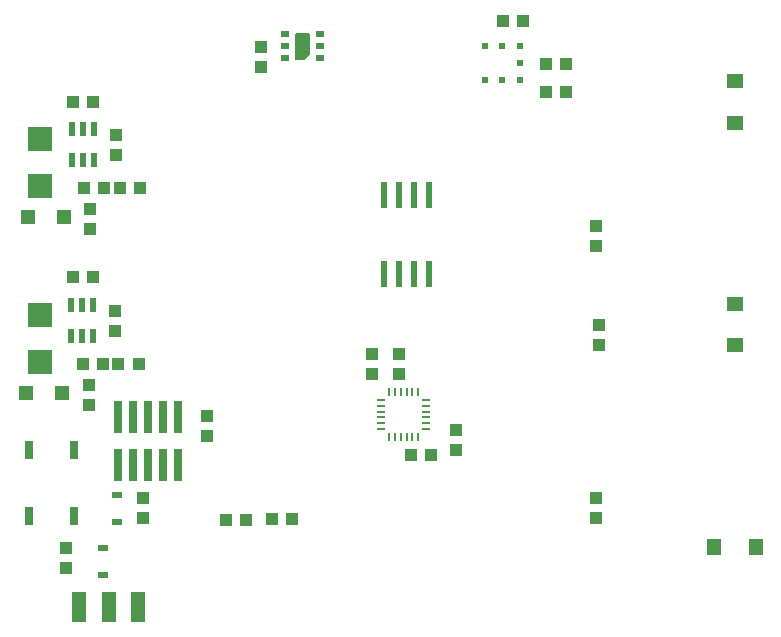
<source format=gtp>
G75*
%MOIN*%
%OFA0B0*%
%FSLAX25Y25*%
%IPPOS*%
%LPD*%
%AMOC8*
5,1,8,0,0,1.08239X$1,22.5*
%
%ADD10R,0.03937X0.04331*%
%ADD11R,0.04331X0.03937*%
%ADD12R,0.03268X0.02480*%
%ADD13R,0.03000X0.06000*%
%ADD14R,0.02900X0.11000*%
%ADD15R,0.02362X0.01969*%
%ADD16R,0.01969X0.02362*%
%ADD17R,0.03150X0.01969*%
%ADD18R,0.00787X0.00787*%
%ADD19C,0.00500*%
%ADD20R,0.02756X0.01142*%
%ADD21R,0.01142X0.02756*%
%ADD22R,0.05512X0.04724*%
%ADD23R,0.07874X0.07874*%
%ADD24R,0.02165X0.04724*%
%ADD25R,0.05118X0.05118*%
%ADD26R,0.04724X0.05512*%
%ADD27R,0.02400X0.08700*%
%ADD28R,0.04724X0.09843*%
D10*
X0131900Y0042350D03*
X0131900Y0049043D03*
X0157800Y0058950D03*
X0157800Y0065643D03*
X0179000Y0086250D03*
X0179000Y0092943D03*
X0139549Y0096593D03*
X0139549Y0103286D03*
X0148200Y0121150D03*
X0148200Y0127843D03*
X0139900Y0155250D03*
X0139900Y0161943D03*
X0148500Y0179850D03*
X0148500Y0186543D03*
X0197100Y0209150D03*
X0197100Y0215843D03*
X0308500Y0156243D03*
X0308500Y0149550D03*
X0309500Y0123243D03*
X0309500Y0116550D03*
X0262000Y0088243D03*
X0262000Y0081550D03*
X0243000Y0107050D03*
X0243000Y0113743D03*
X0234000Y0113743D03*
X0234000Y0107050D03*
X0308500Y0065743D03*
X0308500Y0059050D03*
D11*
X0253546Y0079897D03*
X0246854Y0079897D03*
X0207446Y0058497D03*
X0200754Y0058497D03*
X0191946Y0058397D03*
X0185254Y0058397D03*
X0156157Y0110307D03*
X0149465Y0110307D03*
X0144246Y0110297D03*
X0137554Y0110297D03*
X0140846Y0139197D03*
X0134154Y0139197D03*
X0137854Y0168997D03*
X0144546Y0168997D03*
X0149865Y0169007D03*
X0156557Y0169007D03*
X0141146Y0197697D03*
X0134454Y0197697D03*
X0277654Y0224497D03*
X0284346Y0224497D03*
X0291954Y0210297D03*
X0298646Y0210297D03*
X0298546Y0200897D03*
X0291854Y0200897D03*
D12*
X0149100Y0066524D03*
X0149100Y0057469D03*
X0144300Y0048924D03*
X0144300Y0039869D03*
D13*
X0119500Y0059597D03*
X0134500Y0059597D03*
X0134500Y0081597D03*
X0119500Y0081597D03*
D14*
X0149400Y0076497D03*
X0154400Y0076497D03*
X0159400Y0076497D03*
X0164400Y0076497D03*
X0169400Y0076497D03*
X0169400Y0092497D03*
X0164400Y0092497D03*
X0159400Y0092497D03*
X0154400Y0092497D03*
X0149400Y0092497D03*
D15*
X0271494Y0204788D03*
X0277400Y0204788D03*
X0283306Y0204788D03*
X0283306Y0216206D03*
X0277400Y0216206D03*
X0271494Y0216206D03*
D16*
X0283306Y0210497D03*
D17*
X0216806Y0212260D03*
X0216806Y0216197D03*
X0216806Y0220134D03*
X0204994Y0220134D03*
X0204994Y0216197D03*
X0204994Y0212260D03*
D18*
X0210900Y0216197D03*
D19*
X0208735Y0216284D02*
X0213065Y0216284D01*
X0213065Y0216782D02*
X0208735Y0216782D01*
X0208735Y0217281D02*
X0213065Y0217281D01*
X0213065Y0217779D02*
X0208735Y0217779D01*
X0208735Y0218278D02*
X0213065Y0218278D01*
X0213065Y0218776D02*
X0208735Y0218776D01*
X0208735Y0219275D02*
X0213065Y0219275D01*
X0213065Y0219773D02*
X0208735Y0219773D01*
X0208735Y0220272D02*
X0213065Y0220272D01*
X0213065Y0220331D02*
X0213065Y0213638D01*
X0211294Y0211866D01*
X0208735Y0211866D01*
X0208735Y0220331D01*
X0213065Y0220331D01*
X0213065Y0215785D02*
X0208735Y0215785D01*
X0208735Y0215287D02*
X0213065Y0215287D01*
X0213065Y0214788D02*
X0208735Y0214788D01*
X0208735Y0214290D02*
X0213065Y0214290D01*
X0213065Y0213791D02*
X0208735Y0213791D01*
X0208735Y0213293D02*
X0212720Y0213293D01*
X0212221Y0212794D02*
X0208735Y0212794D01*
X0208735Y0212296D02*
X0211723Y0212296D01*
D20*
X0237118Y0098318D03*
X0237118Y0096350D03*
X0237118Y0094381D03*
X0237118Y0092413D03*
X0237118Y0090444D03*
X0237118Y0088476D03*
X0251882Y0088476D03*
X0251882Y0090444D03*
X0251882Y0092413D03*
X0251882Y0094381D03*
X0251882Y0096350D03*
X0251882Y0098318D03*
D21*
X0249421Y0100779D03*
X0247453Y0100779D03*
X0245484Y0100779D03*
X0243516Y0100779D03*
X0241547Y0100779D03*
X0239579Y0100779D03*
X0239579Y0086015D03*
X0241547Y0086015D03*
X0243516Y0086015D03*
X0245484Y0086015D03*
X0247453Y0086015D03*
X0249421Y0086015D03*
D22*
X0355000Y0116491D03*
X0355000Y0130302D03*
X0355000Y0190741D03*
X0355000Y0204552D03*
D23*
X0123479Y0185300D03*
X0123479Y0169552D03*
X0123179Y0126600D03*
X0123179Y0110852D03*
D24*
X0133659Y0119530D03*
X0137399Y0119530D03*
X0141139Y0119530D03*
X0141139Y0129767D03*
X0137399Y0129767D03*
X0133659Y0129767D03*
X0133959Y0178230D03*
X0137699Y0178230D03*
X0141439Y0178230D03*
X0141439Y0188467D03*
X0137699Y0188467D03*
X0133959Y0188467D03*
D25*
X0131154Y0159136D03*
X0119343Y0159136D03*
X0118743Y0100736D03*
X0130554Y0100736D03*
D26*
X0348094Y0049147D03*
X0361906Y0049147D03*
D27*
X0252900Y0140097D03*
X0247900Y0140097D03*
X0242900Y0140097D03*
X0237900Y0140097D03*
X0237900Y0166597D03*
X0242900Y0166597D03*
X0247900Y0166597D03*
X0252900Y0166597D03*
D28*
X0156043Y0029224D03*
X0146200Y0029224D03*
X0136357Y0029224D03*
M02*

</source>
